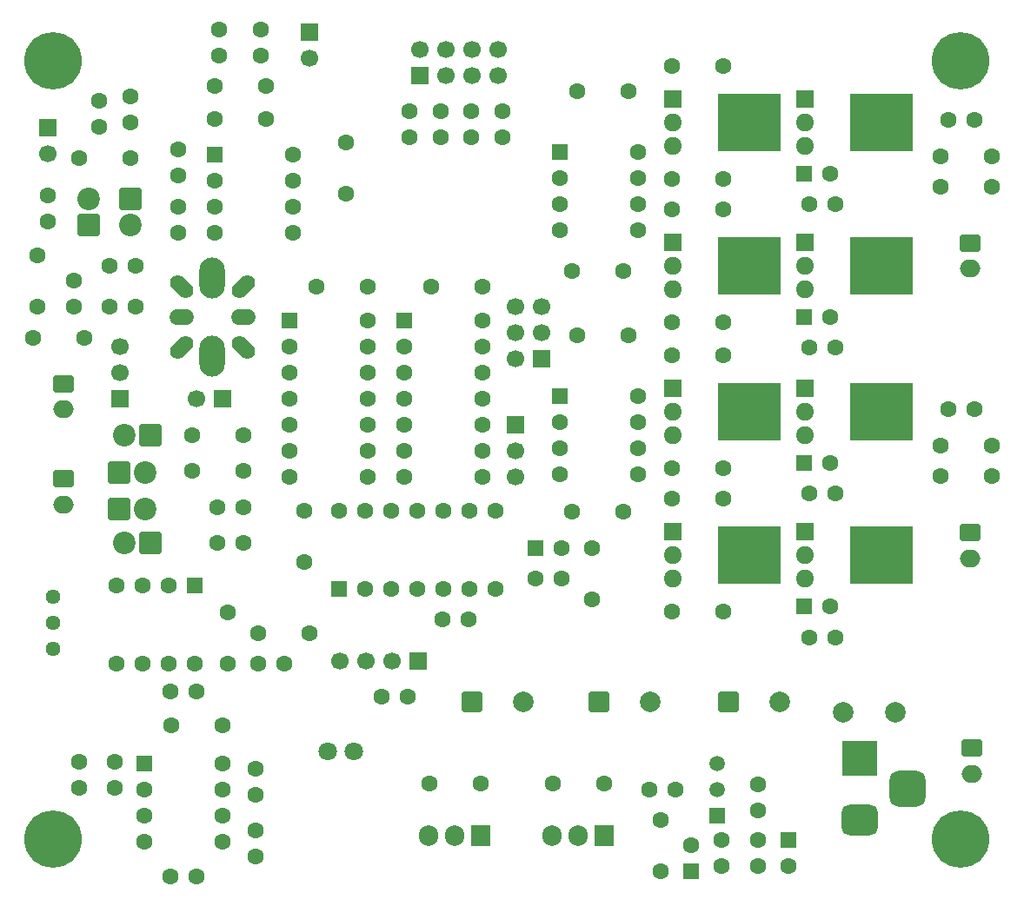
<source format=gbr>
%TF.GenerationSoftware,KiCad,Pcbnew,9.0.2*%
%TF.CreationDate,2025-08-17T10:41:30+03:30*%
%TF.ProjectId,drsstc-v1,64727373-7463-42d7-9631-2e6b69636164,rev?*%
%TF.SameCoordinates,Original*%
%TF.FileFunction,Soldermask,Top*%
%TF.FilePolarity,Negative*%
%FSLAX46Y46*%
G04 Gerber Fmt 4.6, Leading zero omitted, Abs format (unit mm)*
G04 Created by KiCad (PCBNEW 9.0.2) date 2025-08-17 10:41:30*
%MOMM*%
%LPD*%
G01*
G04 APERTURE LIST*
G04 Aperture macros list*
%AMRoundRect*
0 Rectangle with rounded corners*
0 $1 Rounding radius*
0 $2 $3 $4 $5 $6 $7 $8 $9 X,Y pos of 4 corners*
0 Add a 4 corners polygon primitive as box body*
4,1,4,$2,$3,$4,$5,$6,$7,$8,$9,$2,$3,0*
0 Add four circle primitives for the rounded corners*
1,1,$1+$1,$2,$3*
1,1,$1+$1,$4,$5*
1,1,$1+$1,$6,$7*
1,1,$1+$1,$8,$9*
0 Add four rect primitives between the rounded corners*
20,1,$1+$1,$2,$3,$4,$5,0*
20,1,$1+$1,$4,$5,$6,$7,0*
20,1,$1+$1,$6,$7,$8,$9,0*
20,1,$1+$1,$8,$9,$2,$3,0*%
%AMHorizOval*
0 Thick line with rounded ends*
0 $1 width*
0 $2 $3 position (X,Y) of the first rounded end (center of the circle)*
0 $4 $5 position (X,Y) of the second rounded end (center of the circle)*
0 Add line between two ends*
20,1,$1,$2,$3,$4,$5,0*
0 Add two circle primitives to create the rounded ends*
1,1,$1,$2,$3*
1,1,$1,$4,$5*%
G04 Aperture macros list end*
%ADD10C,1.600000*%
%ADD11RoundRect,0.250000X-0.750000X0.600000X-0.750000X-0.600000X0.750000X-0.600000X0.750000X0.600000X0*%
%ADD12O,2.000000X1.700000*%
%ADD13R,1.800000X1.717500*%
%ADD14R,6.200000X5.700000*%
%ADD15O,1.800000X1.717500*%
%ADD16RoundRect,0.250000X-0.550000X-0.550000X0.550000X-0.550000X0.550000X0.550000X-0.550000X0.550000X0*%
%ADD17R,1.500000X1.500000*%
%ADD18C,1.500000*%
%ADD19RoundRect,0.250000X-0.550000X0.550000X-0.550000X-0.550000X0.550000X-0.550000X0.550000X0.550000X0*%
%ADD20RoundRect,0.249999X-0.850001X-0.850001X0.850001X-0.850001X0.850001X0.850001X-0.850001X0.850001X0*%
%ADD21C,2.200000*%
%ADD22R,1.700000X1.700000*%
%ADD23C,1.700000*%
%ADD24C,3.600000*%
%ADD25C,5.600000*%
%ADD26R,1.905000X2.000000*%
%ADD27O,1.905000X2.000000*%
%ADD28RoundRect,0.250000X-0.750000X-0.750000X0.750000X-0.750000X0.750000X0.750000X-0.750000X0.750000X0*%
%ADD29C,2.000000*%
%ADD30R,3.500000X3.500000*%
%ADD31RoundRect,0.750000X1.000000X-0.750000X1.000000X0.750000X-1.000000X0.750000X-1.000000X-0.750000X0*%
%ADD32RoundRect,0.875000X0.875000X-0.875000X0.875000X0.875000X-0.875000X0.875000X-0.875000X-0.875000X0*%
%ADD33RoundRect,0.250000X0.550000X-0.550000X0.550000X0.550000X-0.550000X0.550000X-0.550000X-0.550000X0*%
%ADD34RoundRect,0.249999X-0.850001X0.850001X-0.850001X-0.850001X0.850001X-0.850001X0.850001X0.850001X0*%
%ADD35RoundRect,0.249999X0.850001X-0.850001X0.850001X0.850001X-0.850001X0.850001X-0.850001X-0.850001X0*%
%ADD36RoundRect,0.249999X0.850001X0.850001X-0.850001X0.850001X-0.850001X-0.850001X0.850001X-0.850001X0*%
%ADD37C,1.440000*%
%ADD38C,1.800000*%
%ADD39HorizOval,1.524000X0.380423X0.380423X-0.380423X-0.380423X0*%
%ADD40HorizOval,1.524000X-0.380423X0.380423X0.380423X-0.380423X0*%
%ADD41O,2.400000X1.524000*%
%ADD42O,2.500000X4.000000*%
G04 APERTURE END LIST*
D10*
%TO.C,R10*%
X55460000Y-72000000D03*
X58000000Y-72000000D03*
%TD*%
%TO.C,C6*%
X66132323Y-88000000D03*
X71132323Y-88000000D03*
%TD*%
%TO.C,R17*%
X91106667Y-45500000D03*
X93646667Y-45500000D03*
%TD*%
D11*
%TO.C,J9*%
X18500000Y-58250000D03*
D12*
X18500000Y-60750000D03*
%TD*%
D10*
%TO.C,C24*%
X15500000Y-44500000D03*
X20500000Y-44500000D03*
%TD*%
%TO.C,R11*%
X52045000Y-79500000D03*
X49505000Y-79500000D03*
%TD*%
%TO.C,C5*%
X70000000Y-65000000D03*
X70000000Y-70000000D03*
%TD*%
%TO.C,R25*%
X58230000Y-25000000D03*
X58230000Y-22460000D03*
%TD*%
%TO.C,R20*%
X19500000Y-38972183D03*
X19500000Y-41512183D03*
%TD*%
%TO.C,R9*%
X64500000Y-67955000D03*
X67040000Y-67955000D03*
%TD*%
%TO.C,C9*%
X41920000Y-66380000D03*
X41920000Y-61380000D03*
%TD*%
%TO.C,C18*%
X82741667Y-60200000D03*
X77741667Y-60200000D03*
%TD*%
D13*
%TO.C,Q8*%
X77851667Y-21210000D03*
D14*
X85285000Y-23500000D03*
D15*
X77851667Y-23500000D03*
X77851667Y-25790000D03*
%TD*%
D16*
%TO.C,U6*%
X66880000Y-50220000D03*
D10*
X66880000Y-52760000D03*
X66880000Y-55300000D03*
X66880000Y-57840000D03*
X74500000Y-57840000D03*
X74500000Y-55300000D03*
X74500000Y-52760000D03*
X74500000Y-50220000D03*
%TD*%
D17*
%TO.C,Q1*%
X82132323Y-91085000D03*
D18*
X82132323Y-88545000D03*
X82132323Y-86005000D03*
%TD*%
D10*
%TO.C,C34*%
X46000000Y-30500000D03*
X46000000Y-25500000D03*
%TD*%
%TO.C,C21*%
X59315000Y-39500000D03*
X54315000Y-39500000D03*
%TD*%
%TO.C,R12*%
X40040000Y-76315000D03*
X37500000Y-76315000D03*
%TD*%
D16*
%TO.C,D8*%
X90656667Y-42500000D03*
D10*
X93196667Y-42500000D03*
%TD*%
%TO.C,R26*%
X61230000Y-25000000D03*
X61230000Y-22460000D03*
%TD*%
D11*
%TO.C,J11*%
X106785000Y-35300000D03*
D12*
X106785000Y-37800000D03*
%TD*%
D10*
%TO.C,R1*%
X82632323Y-96045000D03*
X82632323Y-93505000D03*
%TD*%
D13*
%TO.C,Q9*%
X77851667Y-35210000D03*
D14*
X85285000Y-37500000D03*
D15*
X77851667Y-37500000D03*
X77851667Y-39790000D03*
%TD*%
D19*
%TO.C,U5*%
X31310000Y-68695000D03*
D10*
X28770000Y-68695000D03*
X26230000Y-68695000D03*
X23690000Y-68695000D03*
X23690000Y-76315000D03*
X26230000Y-76315000D03*
X28770000Y-76315000D03*
X31310000Y-76315000D03*
%TD*%
D16*
%TO.C,U9*%
X66880000Y-26420000D03*
D10*
X66880000Y-28960000D03*
X66880000Y-31500000D03*
X66880000Y-34040000D03*
X74500000Y-34040000D03*
X74500000Y-31500000D03*
X74500000Y-28960000D03*
X74500000Y-26420000D03*
%TD*%
%TO.C,C26*%
X103935000Y-26800000D03*
X108935000Y-26800000D03*
%TD*%
D20*
%TO.C,D10*%
X23960000Y-57628730D03*
D21*
X26500000Y-57628730D03*
%TD*%
D16*
%TO.C,U4*%
X26420000Y-86000000D03*
D10*
X26420000Y-88540000D03*
X26420000Y-91080000D03*
X26420000Y-93620000D03*
X34040000Y-93620000D03*
X34040000Y-91080000D03*
X34040000Y-88540000D03*
X34040000Y-86000000D03*
%TD*%
D22*
%TO.C,J13*%
X42500000Y-14725000D03*
D23*
X42500000Y-17265000D03*
%TD*%
D10*
%TO.C,C20*%
X68000000Y-61500000D03*
X73000000Y-61500000D03*
%TD*%
%TO.C,C1*%
X76632323Y-96545000D03*
X76632323Y-91545000D03*
%TD*%
D24*
%TO.C,H2*%
X17500000Y-93400000D03*
D25*
X17500000Y-93400000D03*
%TD*%
D26*
%TO.C,U2*%
X59172323Y-93050000D03*
D27*
X56632323Y-93050000D03*
X54092323Y-93050000D03*
%TD*%
D13*
%TO.C,Q7*%
X90766667Y-35210000D03*
D14*
X98200000Y-37500000D03*
D15*
X90766667Y-37500000D03*
X90766667Y-39790000D03*
%TD*%
D10*
%TO.C,C33*%
X38195000Y-23190000D03*
X33195000Y-23190000D03*
%TD*%
%TO.C,C8*%
X54132323Y-88000000D03*
X59132323Y-88000000D03*
%TD*%
%TO.C,R19*%
X104735000Y-51500000D03*
X107275000Y-51500000D03*
%TD*%
D22*
%TO.C,J12*%
X53190000Y-18960000D03*
D23*
X53190000Y-16420000D03*
X55730000Y-18960000D03*
X55730000Y-16420000D03*
X58270000Y-18960000D03*
X58270000Y-16420000D03*
X60810000Y-18960000D03*
X60810000Y-16420000D03*
%TD*%
D10*
%TO.C,C19*%
X82741667Y-46200000D03*
X77741667Y-46200000D03*
%TD*%
%TO.C,C23*%
X31000000Y-57500000D03*
X36000000Y-57500000D03*
%TD*%
D28*
%TO.C,C2*%
X83264646Y-80000000D03*
D29*
X88264646Y-80000000D03*
%TD*%
D10*
%TO.C,C11*%
X34500000Y-71315000D03*
X34500000Y-76315000D03*
%TD*%
%TO.C,C29*%
X82741667Y-32000000D03*
X77741667Y-32000000D03*
%TD*%
D24*
%TO.C,H4*%
X17500000Y-17500000D03*
D25*
X17500000Y-17500000D03*
%TD*%
D11*
%TO.C,J4*%
X106785000Y-63500000D03*
D12*
X106785000Y-66000000D03*
%TD*%
D10*
%TO.C,C31*%
X82741667Y-18000000D03*
X77741667Y-18000000D03*
%TD*%
D13*
%TO.C,Q5*%
X77851667Y-49410000D03*
D14*
X85285000Y-51700000D03*
D15*
X77851667Y-51700000D03*
X77851667Y-53990000D03*
%TD*%
D10*
%TO.C,C13*%
X103935000Y-58000000D03*
X108935000Y-58000000D03*
%TD*%
%TO.C,R21*%
X33460000Y-61000000D03*
X36000000Y-61000000D03*
%TD*%
D30*
%TO.C,J1*%
X96042500Y-85500000D03*
D31*
X96042500Y-91500000D03*
D32*
X100742500Y-88500000D03*
%TD*%
D13*
%TO.C,Q3*%
X90766667Y-49410000D03*
D14*
X98200000Y-51700000D03*
D15*
X90766667Y-51700000D03*
X90766667Y-53990000D03*
%TD*%
D33*
%TO.C,D2*%
X79632323Y-96545000D03*
D10*
X79632323Y-94005000D03*
%TD*%
D11*
%TO.C,J2*%
X107000000Y-84500000D03*
D12*
X107000000Y-87000000D03*
%TD*%
D10*
%TO.C,R14*%
X23540000Y-88350000D03*
X23540000Y-85810000D03*
%TD*%
%TO.C,R30*%
X37745000Y-14455000D03*
X37745000Y-16995000D03*
%TD*%
D34*
%TO.C,D13*%
X25000000Y-31012183D03*
D21*
X25000000Y-33552183D03*
%TD*%
D16*
%TO.C,U10*%
X33195000Y-26690000D03*
D10*
X33195000Y-29230000D03*
X33195000Y-31770000D03*
X33195000Y-34310000D03*
X40815000Y-34310000D03*
X40815000Y-31770000D03*
X40815000Y-29230000D03*
X40815000Y-26690000D03*
%TD*%
%TO.C,R24*%
X104735000Y-23300000D03*
X107275000Y-23300000D03*
%TD*%
%TO.C,R23*%
X91106667Y-31500000D03*
X93646667Y-31500000D03*
%TD*%
%TO.C,R28*%
X55230000Y-25000000D03*
X55230000Y-22460000D03*
%TD*%
D13*
%TO.C,Q4*%
X77851667Y-63410000D03*
D14*
X85285000Y-65700000D03*
D15*
X77851667Y-65700000D03*
X77851667Y-67990000D03*
%TD*%
D22*
%TO.C,J3*%
X53085000Y-76000000D03*
D23*
X50545000Y-76000000D03*
X48005000Y-76000000D03*
X45465000Y-76000000D03*
%TD*%
D22*
%TO.C,J7*%
X34000000Y-50500000D03*
D23*
X31460000Y-50500000D03*
%TD*%
D33*
%TO.C,U3*%
X45380000Y-69000000D03*
D10*
X47920000Y-69000000D03*
X50460000Y-69000000D03*
X53000000Y-69000000D03*
X55540000Y-69000000D03*
X58080000Y-69000000D03*
X60620000Y-69000000D03*
X60620000Y-61380000D03*
X58080000Y-61380000D03*
X55540000Y-61380000D03*
X53000000Y-61380000D03*
X50460000Y-61380000D03*
X47920000Y-61380000D03*
X45380000Y-61380000D03*
%TD*%
D16*
%TO.C,D7*%
X90656667Y-56700000D03*
D10*
X93196667Y-56700000D03*
%TD*%
%TO.C,C17*%
X68500000Y-44300000D03*
X73500000Y-44300000D03*
%TD*%
D35*
%TO.C,D14*%
X21000000Y-33500000D03*
D21*
X21000000Y-30960000D03*
%TD*%
D10*
%TO.C,C16*%
X82741667Y-43000000D03*
X77741667Y-43000000D03*
%TD*%
%TO.C,R29*%
X29695000Y-34280000D03*
X29695000Y-31740000D03*
%TD*%
D11*
%TO.C,J10*%
X18500000Y-49000000D03*
D12*
X18500000Y-51500000D03*
%TD*%
D36*
%TO.C,D6*%
X27000000Y-64500000D03*
D21*
X24460000Y-64500000D03*
%TD*%
D13*
%TO.C,Q2*%
X90766667Y-63410000D03*
D14*
X98200000Y-65700000D03*
D15*
X90766667Y-65700000D03*
X90766667Y-67990000D03*
%TD*%
D22*
%TO.C,J6*%
X62500000Y-53000000D03*
D23*
X62500000Y-55540000D03*
X62500000Y-58080000D03*
%TD*%
D28*
%TO.C,C7*%
X58264646Y-80000000D03*
D29*
X63264646Y-80000000D03*
%TD*%
D20*
%TO.C,D11*%
X23960000Y-61250000D03*
D21*
X26500000Y-61250000D03*
%TD*%
D37*
%TO.C,RV1*%
X17500000Y-69775000D03*
X17500000Y-72315000D03*
X17500000Y-74855000D03*
%TD*%
D10*
%TO.C,R22*%
X25500000Y-41500000D03*
X22960000Y-41500000D03*
%TD*%
%TO.C,C36*%
X16000000Y-36512183D03*
X16000000Y-41512183D03*
%TD*%
%TO.C,C27*%
X103935000Y-29800000D03*
X108935000Y-29800000D03*
%TD*%
%TO.C,R6*%
X31500000Y-97000000D03*
X28960000Y-97000000D03*
%TD*%
%TO.C,R2*%
X86132323Y-90585000D03*
X86132323Y-88045000D03*
%TD*%
%TO.C,C22*%
X43130000Y-39500000D03*
X48130000Y-39500000D03*
%TD*%
%TO.C,R13*%
X33460000Y-64550000D03*
X36000000Y-64550000D03*
%TD*%
D26*
%TO.C,U1*%
X71172323Y-93050000D03*
D27*
X68632323Y-93050000D03*
X66092323Y-93050000D03*
%TD*%
D10*
%TO.C,C32*%
X82741667Y-29000000D03*
X77741667Y-29000000D03*
%TD*%
%TO.C,C3*%
X82741667Y-71200000D03*
X77741667Y-71200000D03*
%TD*%
%TO.C,C30*%
X68500000Y-20500000D03*
X73500000Y-20500000D03*
%TD*%
D38*
%TO.C,D5*%
X46825000Y-84800000D03*
X44285000Y-84800000D03*
%TD*%
D10*
%TO.C,C35*%
X38195000Y-20000000D03*
X33195000Y-20000000D03*
%TD*%
D16*
%TO.C,D12*%
X90656667Y-28500000D03*
D10*
X93196667Y-28500000D03*
%TD*%
%TO.C,R32*%
X22000000Y-21455000D03*
X22000000Y-23995000D03*
%TD*%
%TO.C,C10*%
X29040000Y-82310000D03*
X34040000Y-82310000D03*
%TD*%
D16*
%TO.C,D3*%
X90656667Y-70700000D03*
D10*
X93196667Y-70700000D03*
%TD*%
D16*
%TO.C,U7*%
X40510000Y-42810000D03*
D10*
X40510000Y-45350000D03*
X40510000Y-47890000D03*
X40510000Y-50430000D03*
X40510000Y-52970000D03*
X40510000Y-55510000D03*
X40510000Y-58050000D03*
X48130000Y-58050000D03*
X48130000Y-55510000D03*
X48130000Y-52970000D03*
X48130000Y-50430000D03*
X48130000Y-47890000D03*
X48130000Y-45350000D03*
X48130000Y-42810000D03*
%TD*%
%TO.C,R27*%
X52230000Y-25000000D03*
X52230000Y-22460000D03*
%TD*%
%TO.C,C37*%
X25000000Y-27000000D03*
X20000000Y-27000000D03*
%TD*%
D28*
%TO.C,C4*%
X70632323Y-80000000D03*
D29*
X75632323Y-80000000D03*
%TD*%
D22*
%TO.C,J8*%
X24000000Y-50500000D03*
D23*
X24000000Y-47960000D03*
X24000000Y-45420000D03*
%TD*%
D16*
%TO.C,U8*%
X51695000Y-42810000D03*
D10*
X51695000Y-45350000D03*
X51695000Y-47890000D03*
X51695000Y-50430000D03*
X51695000Y-52970000D03*
X51695000Y-55510000D03*
X51695000Y-58050000D03*
X59315000Y-58050000D03*
X59315000Y-55510000D03*
X59315000Y-52970000D03*
X59315000Y-50430000D03*
X59315000Y-47890000D03*
X59315000Y-45350000D03*
X59315000Y-42810000D03*
%TD*%
%TO.C,R34*%
X33645000Y-14455000D03*
X33645000Y-16995000D03*
%TD*%
%TO.C,R35*%
X17000000Y-30630000D03*
X17000000Y-33170000D03*
%TD*%
%TO.C,R31*%
X25500000Y-37500000D03*
X22960000Y-37500000D03*
%TD*%
%TO.C,R8*%
X75587323Y-88545000D03*
X78127323Y-88545000D03*
%TD*%
D24*
%TO.C,H3*%
X105900000Y-17500000D03*
D25*
X105900000Y-17500000D03*
%TD*%
D10*
%TO.C,C14*%
X103935000Y-55000000D03*
X108935000Y-55000000D03*
%TD*%
%TO.C,R4*%
X37225000Y-92505000D03*
X37225000Y-95045000D03*
%TD*%
%TO.C,R36*%
X25050000Y-23495000D03*
X25050000Y-20955000D03*
%TD*%
D24*
%TO.C,H1*%
X105900000Y-93400000D03*
D25*
X105900000Y-93400000D03*
%TD*%
D13*
%TO.C,Q6*%
X90766667Y-21210000D03*
D14*
X98200000Y-23500000D03*
D15*
X90766667Y-23500000D03*
X90766667Y-25790000D03*
%TD*%
D10*
%TO.C,R33*%
X29695000Y-28735000D03*
X29695000Y-26195000D03*
%TD*%
D39*
%TO.C,L1*%
X30000000Y-45500000D03*
D40*
X30000000Y-39500000D03*
X36000000Y-45500000D03*
D39*
X36000000Y-39500000D03*
D41*
X30000000Y-42500000D03*
X36000000Y-42500000D03*
D42*
X33000000Y-46300000D03*
X33000000Y-38700000D03*
%TD*%
D10*
%TO.C,C28*%
X68000000Y-38000000D03*
X73000000Y-38000000D03*
%TD*%
%TO.C,R3*%
X86132323Y-96045000D03*
X86132323Y-93505000D03*
%TD*%
%TO.C,R5*%
X37225000Y-89045000D03*
X37225000Y-86505000D03*
%TD*%
%TO.C,R18*%
X91106667Y-59700000D03*
X93646667Y-59700000D03*
%TD*%
%TO.C,R7*%
X91106667Y-73700000D03*
X93646667Y-73700000D03*
%TD*%
D16*
%TO.C,D4*%
X64460000Y-65000000D03*
D10*
X67000000Y-65000000D03*
%TD*%
D19*
%TO.C,D1*%
X89132323Y-93505000D03*
D10*
X89132323Y-96045000D03*
%TD*%
D22*
%TO.C,J14*%
X17012182Y-24052183D03*
D23*
X17012182Y-26592183D03*
%TD*%
D36*
%TO.C,D9*%
X27000000Y-54000000D03*
D21*
X24460000Y-54000000D03*
%TD*%
D29*
%TO.C,F1*%
X94460000Y-81000000D03*
X99540000Y-81010000D03*
%TD*%
D10*
%TO.C,R15*%
X20000000Y-88350000D03*
X20000000Y-85810000D03*
%TD*%
%TO.C,C25*%
X36000000Y-54000000D03*
X31000000Y-54000000D03*
%TD*%
D22*
%TO.C,J5*%
X65040000Y-46540000D03*
D23*
X62500000Y-46540000D03*
X65040000Y-44000000D03*
X62500000Y-44000000D03*
X65040000Y-41460000D03*
X62500000Y-41460000D03*
%TD*%
D10*
%TO.C,R16*%
X28955000Y-79000000D03*
X31495000Y-79000000D03*
%TD*%
%TO.C,C12*%
X37500000Y-73315000D03*
X42500000Y-73315000D03*
%TD*%
%TO.C,C15*%
X82741667Y-57200000D03*
X77741667Y-57200000D03*
%TD*%
M02*

</source>
